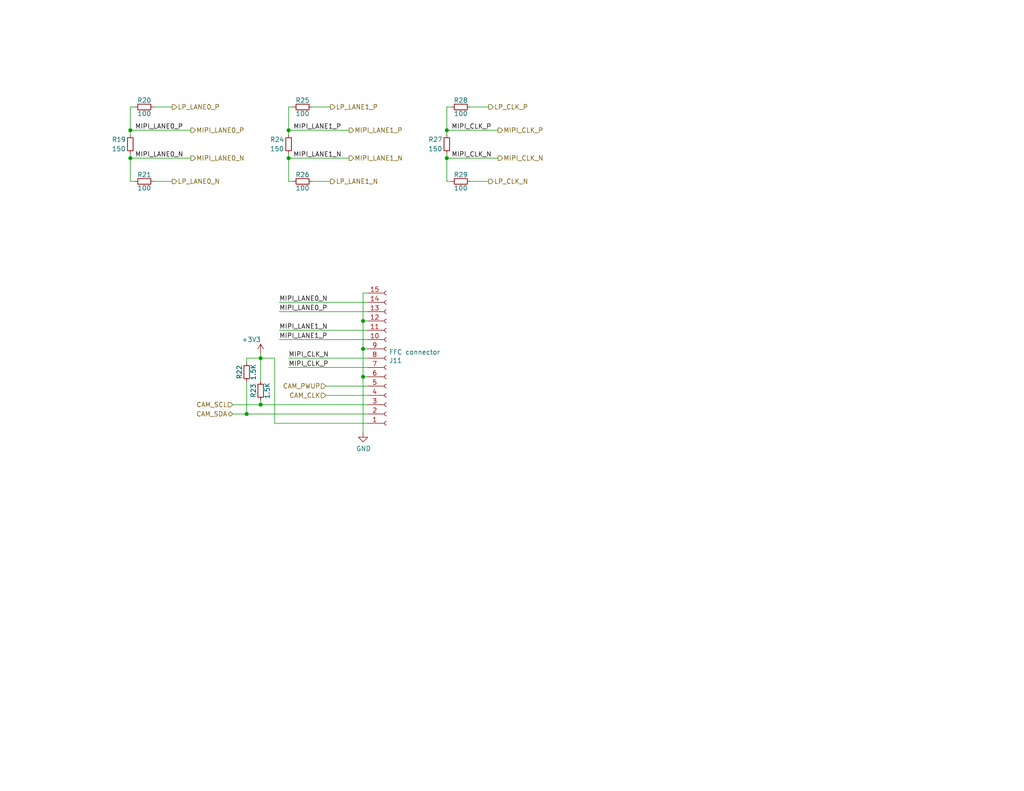
<source format=kicad_sch>
(kicad_sch (version 20211123) (generator eeschema)
  (paper "USLetter")
  (title_block (title "Camera module") (date "2021-05-13") (rev "1.0"))
  (lib_symbols
    (symbol "Connector:Conn_01x15_Female" (pin_names (offset 1.016) hide)
      (property "Reference" "J" (at 0 20.32 0))
      (property "Value" "Conn_01x15_Female" (at 0 -20.32 0))
      (symbol "Conn_01x15_Female_1_1"
        (arc (start 0 -17.272) (mid -0.508 -17.78) (end 0 -18.288) (stroke (width 0.1524)))
        (arc (start 0 -14.732) (mid -0.508 -15.24) (end 0 -15.748) (stroke (width 0.1524)))
        (arc (start 0 -12.192) (mid -0.508 -12.7) (end 0 -13.208) (stroke (width 0.1524)))
        (arc (start 0 -9.652) (mid -0.508 -10.16) (end 0 -10.668) (stroke (width 0.1524)))
        (arc (start 0 -7.112) (mid -0.508 -7.62) (end 0 -8.128) (stroke (width 0.1524)))
        (arc (start 0 -4.572) (mid -0.508 -5.08) (end 0 -5.588) (stroke (width 0.1524)))
        (arc (start 0 -2.032) (mid -0.508 -2.54) (end 0 -3.048) (stroke (width 0.1524)))
        (polyline (pts (xy -1.27 -17.78) (xy -0.508 -17.78)) (stroke (width 0.1524)))
        (polyline (pts (xy -1.27 -15.24) (xy -0.508 -15.24)) (stroke (width 0.1524)))
        (polyline (pts (xy -1.27 -12.7) (xy -0.508 -12.7)) (stroke (width 0.1524)))
        (polyline (pts (xy -1.27 -10.16) (xy -0.508 -10.16)) (stroke (width 0.1524)))
        (polyline (pts (xy -1.27 -7.62) (xy -0.508 -7.62)) (stroke (width 0.1524)))
        (polyline (pts (xy -1.27 -5.08) (xy -0.508 -5.08)) (stroke (width 0.1524)))
        (polyline (pts (xy -1.27 -2.54) (xy -0.508 -2.54)) (stroke (width 0.1524)))
        (polyline (pts (xy -1.27 0) (xy -0.508 0)) (stroke (width 0.1524)))
        (polyline (pts (xy -1.27 2.54) (xy -0.508 2.54)) (stroke (width 0.1524)))
        (polyline (pts (xy -1.27 5.08) (xy -0.508 5.08)) (stroke (width 0.1524)))
        (polyline (pts (xy -1.27 7.62) (xy -0.508 7.62)) (stroke (width 0.1524)))
        (polyline (pts (xy -1.27 10.16) (xy -0.508 10.16)) (stroke (width 0.1524)))
        (polyline (pts (xy -1.27 12.7) (xy -0.508 12.7)) (stroke (width 0.1524)))
        (polyline (pts (xy -1.27 15.24) (xy -0.508 15.24)) (stroke (width 0.1524)))
        (polyline (pts (xy -1.27 17.78) (xy -0.508 17.78)) (stroke (width 0.1524)))
        (arc (start 0 0.508) (mid -0.508 0) (end 0 -0.508) (stroke (width 0.1524)))
        (arc (start 0 3.048) (mid -0.508 2.54) (end 0 2.032) (stroke (width 0.1524)))
        (arc (start 0 5.588) (mid -0.508 5.08) (end 0 4.572) (stroke (width 0.1524)))
        (arc (start 0 8.128) (mid -0.508 7.62) (end 0 7.112) (stroke (width 0.1524)))
        (arc (start 0 10.668) (mid -0.508 10.16) (end 0 9.652) (stroke (width 0.1524)))
        (arc (start 0 13.208) (mid -0.508 12.7) (end 0 12.192) (stroke (width 0.1524)))
        (arc (start 0 15.748) (mid -0.508 15.24) (end 0 14.732) (stroke (width 0.1524)))
        (arc (start 0 18.288) (mid -0.508 17.78) (end 0 17.272) (stroke (width 0.1524)))
        (pin passive line (at -5.08 17.78 0) (length 3.81) (name "Pin_1") (number "1"))
        (pin passive line (at -5.08 -5.08 0) (length 3.81) (name "Pin_10") (number "10"))
        (pin passive line (at -5.08 -7.62 0) (length 3.81) (name "Pin_11") (number "11"))
        (pin passive line (at -5.08 -10.16 0) (length 3.81) (name "Pin_12") (number "12"))
        (pin passive line (at -5.08 -12.7 0) (length 3.81) (name "Pin_13") (number "13"))
        (pin passive line (at -5.08 -15.24 0) (length 3.81) (name "Pin_14") (number "14"))
        (pin passive line (at -5.08 -17.78 0) (length 3.81) (name "Pin_15") (number "15"))
        (pin passive line (at -5.08 15.24 0) (length 3.81) (name "Pin_2") (number "2"))
        (pin passive line (at -5.08 12.7 0) (length 3.81) (name "Pin_3") (number "3"))
        (pin passive line (at -5.08 10.16 0) (length 3.81) (name "Pin_4") (number "4"))
        (pin passive line (at -5.08 7.62 0) (length 3.81) (name "Pin_5") (number "5"))
        (pin passive line (at -5.08 5.08 0) (length 3.81) (name "Pin_6") (number "6"))
        (pin passive line (at -5.08 2.54 0) (length 3.81) (name "Pin_7") (number "7"))
        (pin passive line (at -5.08 0 0) (length 3.81) (name "Pin_8") (number "8"))
        (pin passive line (at -5.08 -2.54 0) (length 3.81) (name "Pin_9") (number "9"))
      )
    )
    (symbol "Device:R_Small" (pin_numbers hide) (pin_names (offset 0.254) hide)
      (property "Reference" "R" (at 0.762 0.508 0))
      (property "Value" "R_Small" (at 0.762 -1.016 0))
      (symbol "R_Small_0_1"
        (rectangle (start -0.762 1.778) (end 0.762 -1.778) (stroke (width 0.2032)))
      )
      (symbol "R_Small_1_1"
        (pin passive line (at 0 2.54 270) (length 0.762) (name "~") (number "1"))
        (pin passive line (at 0 -2.54 90) (length 0.762) (name "~") (number "2"))
      )
    )
    (symbol "power:+3.3V" (power) (pin_names (offset 0))
      (property "Value" "+3.3V" (at 0 3.556 0))
      (symbol "+3.3V_0_1"
        (polyline (pts (xy -0.762 1.27) (xy 0 2.54)))
        (polyline (pts (xy 0 0) (xy 0 2.54)))
        (polyline (pts (xy 0 2.54) (xy 0.762 1.27)))
      )
      (symbol "+3.3V_1_1"
        (pin power_in line (at 0 0 90) (length 0) hide (name "+3V3") (number "1"))
      )
    )
    (symbol "power:GND" (power) (pin_names (offset 0))
      (property "Value" "GND" (at 0 -3.81 0))
      (symbol "GND_0_1"
        (polyline (pts (xy 0 0) (xy 0 -1.27) (xy 1.27 -1.27) (xy 0 -2.54) (xy -1.27 -1.27) (xy 0 -1.27)))
      )
      (symbol "GND_1_1"
        (pin power_in line (at 0 0 270) (length 0) hide (name "GND") (number "1"))
      )
    )
  )
  (junction (at 67.31 113.03))
  (junction (at 121.92 43.18))
  (junction (at 35.56 43.18))
  (junction (at 99.06 95.25))
  (junction (at 71.12 97.79))
  (junction (at 35.56 35.56))
  (junction (at 99.06 102.87))
  (junction (at 71.12 110.49))
  (junction (at 78.74 35.56))
  (junction (at 99.06 87.63))
  (junction (at 121.92 35.56))
  (junction (at 78.74 43.18))
  (wire (pts (xy 100.33 107.95) (xy 88.9 107.95)))
  (wire (pts (xy 67.31 113.03) (xy 67.31 104.14)))
  (wire (pts (xy 100.33 102.87) (xy 99.06 102.87)))
  (wire (pts (xy 100.33 95.25) (xy 99.06 95.25)))
  (wire (pts (xy 78.74 97.79) (xy 100.33 97.79)))
  (wire (pts (xy 78.74 49.53) (xy 78.74 43.18)))
  (wire (pts (xy 35.56 49.53) (xy 35.56 43.18)))
  (wire (pts (xy 99.06 95.25) (xy 99.06 87.63)))
  (wire (pts (xy 99.06 87.63) (xy 99.06 80.01)))
  (wire (pts (xy 74.93 97.79) (xy 74.93 115.57)))
  (wire (pts (xy 100.33 110.49) (xy 71.12 110.49)))
  (wire (pts (xy 41.91 49.53) (xy 46.99 49.53)))
  (wire (pts (xy 100.33 92.71) (xy 76.2 92.71)))
  (wire (pts (xy 71.12 110.49) (xy 63.5 110.49)))
  (wire (pts (xy 128.27 29.21) (xy 133.35 29.21)))
  (wire (pts (xy 71.12 110.49) (xy 71.12 109.22)))
  (wire (pts (xy 99.06 102.87) (xy 99.06 95.25)))
  (wire (pts (xy 76.2 90.17) (xy 100.33 90.17)))
  (wire (pts (xy 99.06 80.01) (xy 100.33 80.01)))
  (wire (pts (xy 121.92 29.21) (xy 123.19 29.21)))
  (wire (pts (xy 35.56 41.91) (xy 35.56 43.18)))
  (wire (pts (xy 35.56 35.56) (xy 35.56 29.21)))
  (wire (pts (xy 99.06 118.11) (xy 99.06 102.87)))
  (wire (pts (xy 100.33 85.09) (xy 76.2 85.09)))
  (wire (pts (xy 35.56 35.56) (xy 52.07 35.56)))
  (wire (pts (xy 100.33 100.33) (xy 78.74 100.33)))
  (wire (pts (xy 78.74 35.56) (xy 78.74 29.21)))
  (wire (pts (xy 41.91 29.21) (xy 46.99 29.21)))
  (wire (pts (xy 78.74 43.18) (xy 95.25 43.18)))
  (wire (pts (xy 85.09 49.53) (xy 90.17 49.53)))
  (wire (pts (xy 71.12 97.79) (xy 74.93 97.79)))
  (wire (pts (xy 71.12 96.52) (xy 71.12 97.79)))
  (wire (pts (xy 128.27 49.53) (xy 133.35 49.53)))
  (wire (pts (xy 67.31 113.03) (xy 100.33 113.03)))
  (wire (pts (xy 78.74 36.83) (xy 78.74 35.56)))
  (wire (pts (xy 67.31 113.03) (xy 63.5 113.03)))
  (wire (pts (xy 78.74 29.21) (xy 80.01 29.21)))
  (wire (pts (xy 100.33 87.63) (xy 99.06 87.63)))
  (wire (pts (xy 74.93 115.57) (xy 100.33 115.57)))
  (wire (pts (xy 121.92 41.91) (xy 121.92 43.18)))
  (wire (pts (xy 88.9 105.41) (xy 100.33 105.41)))
  (wire (pts (xy 121.92 35.56) (xy 135.89 35.56)))
  (wire (pts (xy 78.74 41.91) (xy 78.74 43.18)))
  (wire (pts (xy 67.31 97.79) (xy 67.31 99.06)))
  (wire (pts (xy 78.74 35.56) (xy 95.25 35.56)))
  (wire (pts (xy 121.92 36.83) (xy 121.92 35.56)))
  (wire (pts (xy 71.12 97.79) (xy 67.31 97.79)))
  (wire (pts (xy 35.56 29.21) (xy 36.83 29.21)))
  (wire (pts (xy 35.56 43.18) (xy 52.07 43.18)))
  (wire (pts (xy 35.56 36.83) (xy 35.56 35.56)))
  (wire (pts (xy 80.01 49.53) (xy 78.74 49.53)))
  (wire (pts (xy 123.19 49.53) (xy 121.92 49.53)))
  (wire (pts (xy 121.92 43.18) (xy 135.89 43.18)))
  (wire (pts (xy 76.2 82.55) (xy 100.33 82.55)))
  (wire (pts (xy 36.83 49.53) (xy 35.56 49.53)))
  (wire (pts (xy 121.92 35.56) (xy 121.92 29.21)))
  (wire (pts (xy 71.12 97.79) (xy 71.12 104.14)))
  (wire (pts (xy 121.92 49.53) (xy 121.92 43.18)))
  (wire (pts (xy 85.09 29.21) (xy 90.17 29.21)))
  (label "MIPI_LANE0_N" (at 76.2 82.55 0))
  (label "MIPI_CLK_P" (at 123.19 35.56 0))
  (label "MIPI_LANE0_N" (at 36.83 43.18 0))
  (label "MIPI_LANE1_N" (at 80.01 43.18 0))
  (label "MIPI_CLK_N" (at 78.74 97.79 0))
  (label "MIPI_LANE1_P" (at 76.2 92.71 0))
  (label "MIPI_CLK_P" (at 78.74 100.33 0))
  (label "MIPI_LANE1_P" (at 80.01 35.56 0))
  (label "MIPI_CLK_N" (at 123.19 43.18 0))
  (label "MIPI_LANE0_P" (at 76.2 85.09 0))
  (label "MIPI_LANE0_P" (at 36.83 35.56 0))
  (label "MIPI_LANE1_N" (at 76.2 90.17 0))
  (hierarchical_label "MIPI_LANE1_N" (shape output) (at 95.25 43.18 0))
  (hierarchical_label "LP_LANE1_N" (shape output) (at 90.17 49.53 0))
  (hierarchical_label "LP_CLK_P" (shape output) (at 133.35 29.21 0))
  (hierarchical_label "MIPI_LANE0_P" (shape output) (at 52.07 35.56 0))
  (hierarchical_label "LP_LANE1_P" (shape output) (at 90.17 29.21 0))
  (hierarchical_label "MIPI_CLK_N" (shape output) (at 135.89 43.18 0))
  (hierarchical_label "LP_CLK_N" (shape output) (at 133.35 49.53 0))
  (hierarchical_label "CAM_SDA" (shape bidirectional) (at 63.5 113.03 180))
  (hierarchical_label "MIPI_LANE1_P" (shape output) (at 95.25 35.56 0))
  (hierarchical_label "MIPI_LANE0_N" (shape output) (at 52.07 43.18 0))
  (hierarchical_label "LP_LANE0_P" (shape output) (at 46.99 29.21 0))
  (hierarchical_label "CAM_SCL" (shape input) (at 63.5 110.49 180))
  (hierarchical_label "CAM_PWUP" (shape input) (at 88.9 105.41 180))
  (hierarchical_label "MIPI_CLK_P" (shape output) (at 135.89 35.56 0))
  (hierarchical_label "CAM_CLK" (shape input) (at 88.9 107.95 180))
  (hierarchical_label "LP_LANE0_N" (shape output) (at 46.99 49.53 0))
  (symbol (lib_id "Device:R_Small") (at 39.37 29.21 270)
    (property "Reference" "R20" (at 39.37 26.67 90) (effects (justify top)))
    (property "Value" "100" (at 39.37 31.75 90) (effects (justify bottom)))
    (property "Footprint" "Resistor_SMD:R_0603_1608Metric_Pad0.98x0.95mm_HandSolder" (effects hide))
    (property "Description" "MIPI DPHY" (effects hide))
    (property "Vendor" "Digikey" (effects hide))
    (property "Vendor Part Number" "P100HCT-ND" (effects hide))
    (property "URL" "https://www.digikey.com/en/products/detail/panasonic-electronic-components/ERJ-3EKF1000V/196074" (effects hide))
    (property "Price" "$0.1" (effects hide))
  )
  (symbol (lib_id "Device:R_Small") (at 35.56 39.37 180)
    (property "Reference" "R19" (at 30.48 38.1 0) (effects (justify right)))
    (property "Value" "150" (at 30.48 40.64 0) (effects (justify right)))
    (property "Footprint" "Resistor_SMD:R_0603_1608Metric_Pad0.98x0.95mm_HandSolder" (effects hide))
    (property "Description" "MIPI DPHY" (effects hide))
    (property "Vendor" "Digikey" (effects hide))
    (property "Vendor Part Number" "P150HCT-ND" (effects hide))
    (property "URL" "https://www.digikey.com/en/products/detail/panasonic-electronic-components/ERJ-3EKF1500V/196138" (effects hide))
    (property "Price" "$0.1" (effects hide))
  )
  (symbol (lib_id "power:GND") (at 99.06 118.11 0)
    (property "Reference" "#PWR029" (effects hide))
    (property "Value" "GND" (at 99.187 122.5042 0))
  )
  (symbol (lib_id "Connector:Conn_01x15_Female") (at 105.41 97.79 0) (mirror x)
    (property "Reference" "J11" (at 106.1212 98.4504 0) (effects (justify left)))
    (property "Value" "FFC connector" (at 106.1212 96.139 0) (effects (justify left)))
    (property "Footprint" "Connector_FFC-FPC:TE_1-84953-5_1x15-1MP_P1.0mm_Horizontal" (effects hide))
    (property "Datasheet" "https://www.amphenol-icc.com/media/wysiwyg/files/documentation/datasheet/flex/ffc_fpc_100mm_f52q_f52r.pdf" (effects hide))
    (property "Vendor" "Digikey" (effects hide))
    (property "Vendor Part Number" "609-F52Q-1A7H1-11015CT-ND" (effects hide))
    (property "URL" "https://www.digikey.com/en/products/detail/amphenol-icc-fci/F52Q-1A7H1-11015/11564735" (effects hide))
    (property "Price" "$0.53" (effects hide))
  )
  (symbol (lib_id "Device:R_Small") (at 39.37 49.53 270)
    (property "Reference" "R21" (at 39.37 46.99 90) (effects (justify top)))
    (property "Value" "100" (at 39.37 52.07 90) (effects (justify bottom)))
    (property "Footprint" "Resistor_SMD:R_0603_1608Metric_Pad0.98x0.95mm_HandSolder" (effects hide))
    (property "Description" "MIPI DPHY" (effects hide))
    (property "Vendor" "Digikey" (effects hide))
    (property "Vendor Part Number" "P100HCT-ND" (effects hide))
    (property "URL" "https://www.digikey.com/en/products/detail/panasonic-electronic-components/ERJ-3EKF1000V/196074" (effects hide))
    (property "Price" "$0.1" (effects hide))
  )
  (symbol (lib_id "power:+3.3V") (at 71.12 96.52 0)
    (property "Reference" "#PWR028" (effects hide))
    (property "Value" "+3.3V" (at 68.58 92.71 0))
  )
  (symbol (lib_id "Device:R_Small") (at 67.31 101.6 180)
    (property "Reference" "R22" (at 66.04 101.6 90) (effects (justify top)))
    (property "Value" "1.5K" (at 69.85 101.6 90) (effects (justify top)))
    (property "Footprint" "Resistor_SMD:R_0603_1608Metric_Pad0.98x0.95mm_HandSolder" (effects hide))
    (property "Description" "I2C Pull-up" (effects hide))
    (property "Price" "$0.15" (effects hide))
    (property "URL" "https://www.digikey.com/en/products/detail/panasonic-electronic-components/ERJ-PA3F1501V/5035869" (effects hide))
    (property "Vendor" "Digikey" (effects hide))
    (property "Vendor Part Number" "P1.5KBYCT-ND" (effects hide))
  )
  (symbol (lib_id "Device:R_Small") (at 71.12 106.68 180)
    (property "Reference" "R23" (at 69.85 106.68 90) (effects (justify top)))
    (property "Value" "1.5K" (at 73.66 106.68 90) (effects (justify top)))
    (property "Footprint" "Resistor_SMD:R_0603_1608Metric_Pad0.98x0.95mm_HandSolder" (effects hide))
    (property "Description" "I2C Pull-up" (effects hide))
    (property "Price" "$0.15" (effects hide))
    (property "URL" "https://www.digikey.com/en/products/detail/panasonic-electronic-components/ERJ-PA3F1501V/5035869" (effects hide))
    (property "Vendor" "Digikey" (effects hide))
    (property "Vendor Part Number" "P1.5KBYCT-ND" (effects hide))
  )
  (symbol (lib_id "Device:R_Small") (at 82.55 29.21 270)
    (property "Reference" "R25" (at 82.55 26.67 90) (effects (justify top)))
    (property "Value" "100" (at 82.55 31.75 90) (effects (justify bottom)))
    (property "Footprint" "Resistor_SMD:R_0603_1608Metric_Pad0.98x0.95mm_HandSolder" (effects hide))
    (property "Description" "MIPI DPHY" (effects hide))
    (property "Vendor" "Digikey" (effects hide))
    (property "Vendor Part Number" "P100HCT-ND" (effects hide))
    (property "URL" "https://www.digikey.com/en/products/detail/panasonic-electronic-components/ERJ-3EKF1000V/196074" (effects hide))
    (property "Price" "$0.1" (effects hide))
  )
  (symbol (lib_id "Device:R_Small") (at 78.74 39.37 180)
    (property "Reference" "R24" (at 73.66 38.1 0) (effects (justify right)))
    (property "Value" "150" (at 73.66 40.64 0) (effects (justify right)))
    (property "Footprint" "Resistor_SMD:R_0603_1608Metric_Pad0.98x0.95mm_HandSolder" (effects hide))
    (property "Description" "MIPI DPHY" (effects hide))
    (property "Vendor" "Digikey" (effects hide))
    (property "Vendor Part Number" "P150HCT-ND" (effects hide))
    (property "URL" "https://www.digikey.com/en/products/detail/panasonic-electronic-components/ERJ-3EKF1500V/196138" (effects hide))
    (property "Price" "$0.1" (effects hide))
  )
  (symbol (lib_id "Device:R_Small") (at 82.55 49.53 270)
    (property "Reference" "R26" (at 82.55 46.99 90) (effects (justify top)))
    (property "Value" "100" (at 82.55 52.07 90) (effects (justify bottom)))
    (property "Footprint" "Resistor_SMD:R_0603_1608Metric_Pad0.98x0.95mm_HandSolder" (effects hide))
    (property "Description" "MIPI DPHY" (effects hide))
    (property "Vendor" "Digikey" (effects hide))
    (property "Vendor Part Number" "P100HCT-ND" (effects hide))
    (property "URL" "https://www.digikey.com/en/products/detail/panasonic-electronic-components/ERJ-3EKF1000V/196074" (effects hide))
    (property "Price" "$0.1" (effects hide))
  )
  (symbol (lib_id "Device:R_Small") (at 125.73 29.21 270)
    (property "Reference" "R28" (at 125.73 26.67 90) (effects (justify top)))
    (property "Value" "100" (at 125.73 31.75 90) (effects (justify bottom)))
    (property "Footprint" "Resistor_SMD:R_0603_1608Metric_Pad0.98x0.95mm_HandSolder" (effects hide))
    (property "Description" "MIPI DPHY" (effects hide))
    (property "Vendor" "Digikey" (effects hide))
    (property "Vendor Part Number" "P100HCT-ND" (effects hide))
    (property "URL" "https://www.digikey.com/en/products/detail/panasonic-electronic-components/ERJ-3EKF1000V/196074" (effects hide))
    (property "Price" "$0.1" (effects hide))
  )
  (symbol (lib_id "Device:R_Small") (at 121.92 39.37 180)
    (property "Reference" "R27" (at 116.84 38.1 0) (effects (justify right)))
    (property "Value" "150" (at 116.84 40.64 0) (effects (justify right)))
    (property "Footprint" "Resistor_SMD:R_0603_1608Metric_Pad0.98x0.95mm_HandSolder" (effects hide))
    (property "Description" "MIPI DPHY" (effects hide))
    (property "Vendor" "Digikey" (effects hide))
    (property "Vendor Part Number" "P150HCT-ND" (effects hide))
    (property "URL" "https://www.digikey.com/en/products/detail/panasonic-electronic-components/ERJ-3EKF1500V/196138" (effects hide))
    (property "Price" "$0.1" (effects hide))
  )
  (symbol (lib_id "Device:R_Small") (at 125.73 49.53 270)
    (property "Reference" "R29" (at 125.73 46.99 90) (effects (justify top)))
    (property "Value" "100" (at 125.73 52.07 90) (effects (justify bottom)))
    (property "Footprint" "Resistor_SMD:R_0603_1608Metric_Pad0.98x0.95mm_HandSolder" (effects hide))
    (property "Description" "MIPI DPHY" (effects hide))
    (property "Vendor" "Digikey" (effects hide))
    (property "Vendor Part Number" "P100HCT-ND" (effects hide))
    (property "URL" "https://www.digikey.com/en/products/detail/panasonic-electronic-components/ERJ-3EKF1000V/196074" (effects hide))
    (property "Price" "$0.1" (effects hide))
  )
)
</source>
